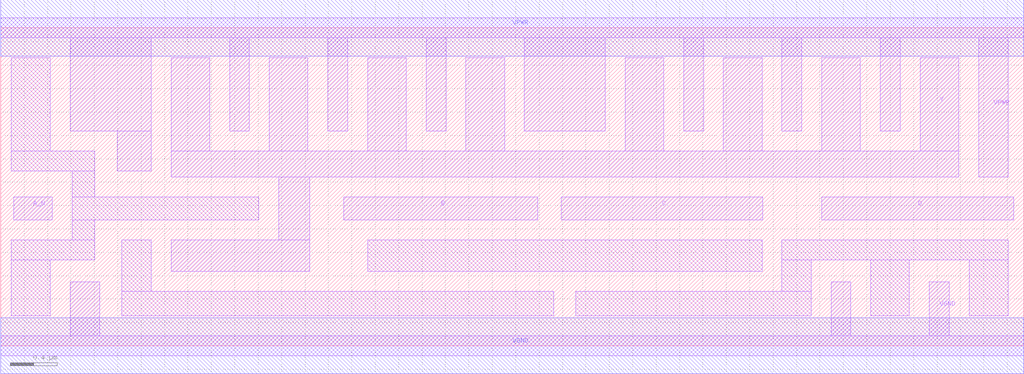
<source format=lef>
# Copyright 2020 The SkyWater PDK Authors
#
# Licensed under the Apache License, Version 2.0 (the "License");
# you may not use this file except in compliance with the License.
# You may obtain a copy of the License at
#
#     https://www.apache.org/licenses/LICENSE-2.0
#
# Unless required by applicable law or agreed to in writing, software
# distributed under the License is distributed on an "AS IS" BASIS,
# WITHOUT WARRANTIES OR CONDITIONS OF ANY KIND, either express or implied.
# See the License for the specific language governing permissions and
# limitations under the License.
#
# SPDX-License-Identifier: Apache-2.0

VERSION 5.5 ;
NAMESCASESENSITIVE ON ;
BUSBITCHARS "[]" ;
DIVIDERCHAR "/" ;
MACRO sky130_fd_sc_hd__nand4b_4
  CLASS CORE ;
  SOURCE USER ;
  ORIGIN  0.000000  0.000000 ;
  SIZE  8.740000 BY  2.720000 ;
  SYMMETRY X Y R90 ;
  SITE unithd ;
  PIN A_N
    ANTENNAGATEAREA  0.247500 ;
    DIRECTION INPUT ;
    USE SIGNAL ;
    PORT
      LAYER li1 ;
        RECT 0.110000 1.075000 0.440000 1.275000 ;
    END
  END A_N
  PIN B
    ANTENNAGATEAREA  0.990000 ;
    DIRECTION INPUT ;
    USE SIGNAL ;
    PORT
      LAYER li1 ;
        RECT 2.930000 1.075000 4.590000 1.275000 ;
    END
  END B
  PIN C
    ANTENNAGATEAREA  0.990000 ;
    DIRECTION INPUT ;
    USE SIGNAL ;
    PORT
      LAYER li1 ;
        RECT 4.790000 1.075000 6.510000 1.275000 ;
    END
  END C
  PIN D
    ANTENNAGATEAREA  0.990000 ;
    DIRECTION INPUT ;
    USE SIGNAL ;
    PORT
      LAYER li1 ;
        RECT 7.015000 1.075000 8.655000 1.275000 ;
    END
  END D
  PIN Y
    ANTENNADIFFAREA  2.511000 ;
    DIRECTION OUTPUT ;
    USE SIGNAL ;
    PORT
      LAYER li1 ;
        RECT 1.455000 0.635000 2.640000 0.905000 ;
        RECT 1.455000 1.445000 8.185000 1.665000 ;
        RECT 1.455000 1.665000 1.785000 2.465000 ;
        RECT 2.295000 1.665000 2.625000 2.465000 ;
        RECT 2.375000 0.905000 2.640000 1.445000 ;
        RECT 3.135000 1.665000 3.465000 2.465000 ;
        RECT 3.975000 1.665000 4.305000 2.465000 ;
        RECT 5.335000 1.665000 5.665000 2.465000 ;
        RECT 6.175000 1.665000 6.505000 2.465000 ;
        RECT 7.015000 1.665000 7.345000 2.465000 ;
        RECT 7.855000 1.665000 8.185000 2.465000 ;
    END
  END Y
  PIN VGND
    DIRECTION INOUT ;
    SHAPE ABUTMENT ;
    USE GROUND ;
    PORT
      LAYER li1 ;
        RECT 0.000000 -0.085000 8.740000 0.085000 ;
        RECT 0.595000  0.085000 0.845000 0.545000 ;
        RECT 7.095000  0.085000 7.265000 0.545000 ;
        RECT 7.935000  0.085000 8.105000 0.545000 ;
    END
    PORT
      LAYER met1 ;
        RECT 0.000000 -0.240000 8.740000 0.240000 ;
    END
  END VGND
  PIN VNB
    DIRECTION INOUT ;
    USE GROUND ;
    PORT
    END
  END VNB
  PIN VPB
    DIRECTION INOUT ;
    USE POWER ;
    PORT
    END
  END VPB
  PIN VPWR
    DIRECTION INOUT ;
    SHAPE ABUTMENT ;
    USE POWER ;
    PORT
      LAYER li1 ;
        RECT 0.000000 2.635000 8.740000 2.805000 ;
        RECT 0.595000 1.835000 1.285000 2.635000 ;
        RECT 0.995000 1.495000 1.285000 1.835000 ;
        RECT 1.955000 1.835000 2.125000 2.635000 ;
        RECT 2.795000 1.835000 2.965000 2.635000 ;
        RECT 3.635000 1.835000 3.805000 2.635000 ;
        RECT 4.475000 1.835000 5.165000 2.635000 ;
        RECT 5.835000 1.835000 6.005000 2.635000 ;
        RECT 6.675000 1.835000 6.845000 2.635000 ;
        RECT 7.515000 1.835000 7.685000 2.635000 ;
        RECT 8.355000 1.445000 8.610000 2.635000 ;
    END
    PORT
      LAYER met1 ;
        RECT 0.000000 2.480000 8.740000 2.960000 ;
    END
  END VPWR
  OBS
    LAYER li1 ;
      RECT 0.090000 0.255000 0.425000 0.735000 ;
      RECT 0.090000 0.735000 0.805000 0.905000 ;
      RECT 0.090000 1.495000 0.805000 1.665000 ;
      RECT 0.090000 1.665000 0.425000 2.465000 ;
      RECT 0.610000 0.905000 0.805000 1.075000 ;
      RECT 0.610000 1.075000 2.205000 1.275000 ;
      RECT 0.610000 1.275000 0.805000 1.495000 ;
      RECT 1.035000 0.255000 4.725000 0.465000 ;
      RECT 1.035000 0.465000 1.285000 0.905000 ;
      RECT 3.135000 0.635000 6.505000 0.905000 ;
      RECT 4.915000 0.255000 6.925000 0.465000 ;
      RECT 6.675000 0.465000 6.925000 0.735000 ;
      RECT 6.675000 0.735000 8.610000 0.905000 ;
      RECT 7.435000 0.255000 7.765000 0.735000 ;
      RECT 8.275000 0.255000 8.610000 0.735000 ;
  END
END sky130_fd_sc_hd__nand4b_4
END LIBRARY

</source>
